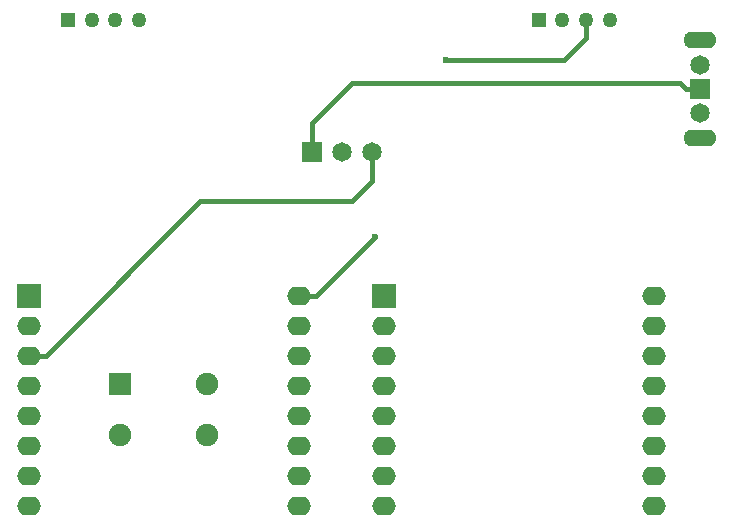
<source format=gbl>
G04 #@! TF.GenerationSoftware,KiCad,Pcbnew,5.1.5*
G04 #@! TF.CreationDate,2020-03-04T16:52:44+01:00*
G04 #@! TF.ProjectId,captobox,63617074-6f62-46f7-982e-6b696361645f,rev?*
G04 #@! TF.SameCoordinates,Original*
G04 #@! TF.FileFunction,Copper,L2,Bot*
G04 #@! TF.FilePolarity,Positive*
%FSLAX46Y46*%
G04 Gerber Fmt 4.6, Leading zero omitted, Abs format (unit mm)*
G04 Created by KiCad (PCBNEW 5.1.5) date 2020-03-04 16:52:44*
%MOMM*%
%LPD*%
G04 APERTURE LIST*
%ADD10O,2.000000X1.600000*%
%ADD11R,2.000000X2.000000*%
%ADD12C,1.270000*%
%ADD13R,1.270000X1.270000*%
%ADD14C,1.651000*%
%ADD15R,1.651000X1.651000*%
%ADD16O,2.794000X1.397000*%
%ADD17C,1.905000*%
%ADD18R,1.905000X1.905000*%
%ADD19C,0.600000*%
%ADD20C,0.400000*%
G04 APERTURE END LIST*
D10*
X187575001Y-100000000D03*
X187575001Y-102540000D03*
X187575001Y-105080000D03*
X187575001Y-107620000D03*
X187575001Y-110160000D03*
X187575001Y-112700000D03*
X187575001Y-115240000D03*
X187575001Y-117780000D03*
X164715001Y-117780000D03*
X164715001Y-115240000D03*
X164715001Y-112700000D03*
X164715001Y-110160000D03*
X164715001Y-107620000D03*
X164715001Y-105080000D03*
D11*
X164715001Y-100000000D03*
D10*
X164715001Y-102540000D03*
X134715001Y-102540000D03*
D11*
X134715001Y-100000000D03*
D10*
X134715001Y-105080000D03*
X134715001Y-107620000D03*
X134715001Y-110160000D03*
X134715001Y-112700000D03*
X134715001Y-115240000D03*
X134715001Y-117780000D03*
X157575001Y-117780000D03*
X157575001Y-115240000D03*
X157575001Y-112700000D03*
X157575001Y-110160000D03*
X157575001Y-107620000D03*
X157575001Y-105080000D03*
X157575001Y-102540000D03*
X157575001Y-100000000D03*
D12*
X143999740Y-76600000D03*
X141998220Y-76600000D03*
X140001780Y-76600000D03*
D13*
X138000260Y-76600120D03*
D14*
X163740000Y-87800000D03*
X161200000Y-87800000D03*
D15*
X158660000Y-87800000D03*
D13*
X177850520Y-76600120D03*
D12*
X179852040Y-76600000D03*
X181848480Y-76600000D03*
X183850000Y-76600000D03*
D14*
X191500000Y-80468000D03*
X191500000Y-84532000D03*
D15*
X191500000Y-82500000D03*
D16*
X191500000Y-78334400D03*
X191500000Y-86665600D03*
D17*
X149750000Y-107432000D03*
X149750000Y-111750000D03*
X142384000Y-111750000D03*
D18*
X142384000Y-107432000D03*
D19*
X170000000Y-80000000D03*
X164000000Y-95000000D03*
D20*
X190274500Y-82500000D02*
X189774500Y-82000000D01*
X191500000Y-82500000D02*
X190274500Y-82500000D01*
X189774500Y-82000000D02*
X162000000Y-82000000D01*
X158660000Y-85340000D02*
X158660000Y-87800000D01*
X162000000Y-82000000D02*
X158660000Y-85340000D01*
X136115001Y-105080000D02*
X149195001Y-92000000D01*
X134715001Y-105080000D02*
X136115001Y-105080000D01*
X149195001Y-92000000D02*
X162000000Y-92000000D01*
X163740000Y-90260000D02*
X163740000Y-87800000D01*
X162000000Y-92000000D02*
X163740000Y-90260000D01*
X181848480Y-76600000D02*
X181848480Y-78151520D01*
X181848480Y-78151520D02*
X180000000Y-80000000D01*
X180000000Y-80000000D02*
X170000000Y-80000000D01*
X164000000Y-95000000D02*
X159000000Y-100000000D01*
X159000000Y-100000000D02*
X157575001Y-100000000D01*
M02*

</source>
